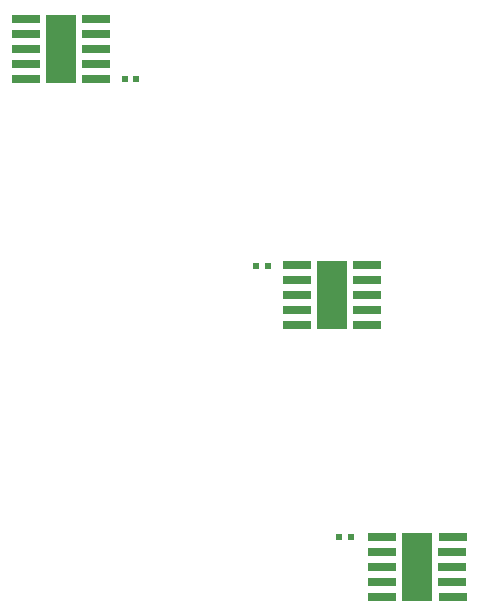
<source format=gbp>
G04*
G04 #@! TF.GenerationSoftware,Altium Limited,Altium Designer,22.1.2 (22)*
G04*
G04 Layer_Color=128*
%FSLAX25Y25*%
%MOIN*%
G70*
G04*
G04 #@! TF.SameCoordinates,036337EA-FE27-457D-A10F-76BC7524DD3D*
G04*
G04*
G04 #@! TF.FilePolarity,Positive*
G04*
G01*
G75*
%ADD23R,0.09500X0.03000*%
%ADD24R,0.10000X0.23000*%
%ADD25R,0.01968X0.02362*%
G36*
X258606Y115894D02*
X254394D01*
Y120856D01*
X258606D01*
Y115894D01*
D02*
G37*
G36*
X253606D02*
X249394D01*
Y120856D01*
X253606D01*
Y115894D01*
D02*
G37*
G36*
X258606Y110144D02*
X254394D01*
Y115106D01*
X258606D01*
Y110144D01*
D02*
G37*
G36*
X253606D02*
X249394D01*
Y115106D01*
X253606D01*
Y110144D01*
D02*
G37*
G36*
X258606Y104394D02*
X254394D01*
Y109356D01*
X258606D01*
Y104394D01*
D02*
G37*
G36*
X253606D02*
X249394D01*
Y109356D01*
X253606D01*
Y104394D01*
D02*
G37*
G36*
X230215Y200620D02*
X226003D01*
Y205582D01*
X230215D01*
Y200620D01*
D02*
G37*
G36*
X225215D02*
X221003D01*
Y205582D01*
X225215D01*
Y200620D01*
D02*
G37*
G36*
X230215Y194869D02*
X226003D01*
Y199832D01*
X230215D01*
Y194869D01*
D02*
G37*
G36*
X225215D02*
X221003D01*
Y199832D01*
X225215D01*
Y194869D01*
D02*
G37*
G36*
X258606Y121644D02*
X254394D01*
Y126606D01*
X258606D01*
Y121644D01*
D02*
G37*
G36*
X253606D02*
X249394D01*
Y126606D01*
X253606D01*
Y121644D01*
D02*
G37*
G36*
X139856Y294144D02*
X135644D01*
Y299106D01*
X139856D01*
Y294144D01*
D02*
G37*
G36*
X134856D02*
X130644D01*
Y299106D01*
X134856D01*
Y294144D01*
D02*
G37*
G36*
X139856Y288394D02*
X135644D01*
Y293356D01*
X139856D01*
Y288394D01*
D02*
G37*
G36*
X134856D02*
X130644D01*
Y293356D01*
X134856D01*
Y288394D01*
D02*
G37*
G36*
X139856Y282644D02*
X135644D01*
Y287606D01*
X139856D01*
Y282644D01*
D02*
G37*
G36*
X134856D02*
X130644D01*
Y287606D01*
X134856D01*
Y282644D01*
D02*
G37*
G36*
X139856Y276894D02*
X135644D01*
Y281856D01*
X139856D01*
Y276894D01*
D02*
G37*
G36*
X134856D02*
X130644D01*
Y281856D01*
X134856D01*
Y276894D01*
D02*
G37*
G36*
X230215Y212120D02*
X226003D01*
Y217082D01*
X230215D01*
Y212120D01*
D02*
G37*
G36*
X225215D02*
X221003D01*
Y217082D01*
X225215D01*
Y212120D01*
D02*
G37*
G36*
X230215Y206369D02*
X226003D01*
Y211332D01*
X230215D01*
Y206369D01*
D02*
G37*
G36*
X225215D02*
X221003D01*
Y211332D01*
X225215D01*
Y206369D01*
D02*
G37*
D23*
X147000Y298000D02*
D03*
X123650D02*
D03*
X123500Y293000D02*
D03*
Y288000D02*
D03*
Y283000D02*
D03*
X123650Y278000D02*
D03*
X147000D02*
D03*
Y283000D02*
D03*
Y288000D02*
D03*
Y293000D02*
D03*
X213859Y200976D02*
D03*
Y205976D02*
D03*
Y210976D02*
D03*
Y215976D02*
D03*
X237359D02*
D03*
Y210976D02*
D03*
Y205976D02*
D03*
Y200976D02*
D03*
Y195976D02*
D03*
X213859D02*
D03*
X242250Y105500D02*
D03*
X265900D02*
D03*
X265750Y110500D02*
D03*
Y115500D02*
D03*
Y120500D02*
D03*
X265900Y125500D02*
D03*
X242250D02*
D03*
Y120500D02*
D03*
Y115500D02*
D03*
Y110500D02*
D03*
D24*
X135250Y288000D02*
D03*
X225609Y205976D02*
D03*
X254000Y115500D02*
D03*
D25*
X228031Y125500D02*
D03*
X231968D02*
D03*
X160437Y278000D02*
D03*
X156500D02*
D03*
X200438Y215888D02*
D03*
X204375D02*
D03*
M02*

</source>
